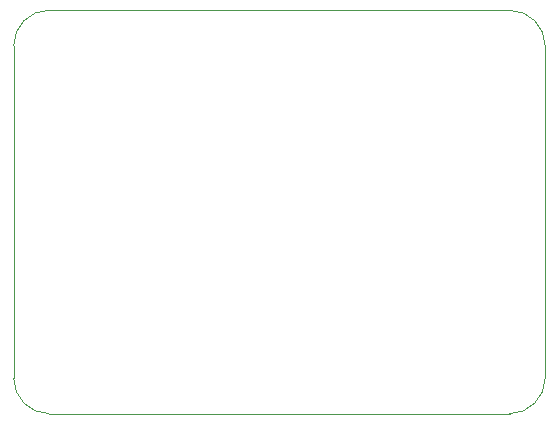
<source format=gm1>
%TF.GenerationSoftware,KiCad,Pcbnew,8.0.4*%
%TF.CreationDate,2024-10-06T13:03:41-05:00*%
%TF.ProjectId,BinauralMic,42696e61-7572-4616-9c4d-69632e6b6963,rev?*%
%TF.SameCoordinates,Original*%
%TF.FileFunction,Profile,NP*%
%FSLAX46Y46*%
G04 Gerber Fmt 4.6, Leading zero omitted, Abs format (unit mm)*
G04 Created by KiCad (PCBNEW 8.0.4) date 2024-10-06 13:03:41*
%MOMM*%
%LPD*%
G01*
G04 APERTURE LIST*
%TA.AperFunction,Profile*%
%ADD10C,0.050000*%
%TD*%
G04 APERTURE END LIST*
D10*
X165815981Y-54059546D02*
X165815981Y-82209547D01*
X123815981Y-85209545D02*
G75*
G02*
X120815955Y-82209545I19J3000045D01*
G01*
X162815981Y-85209547D02*
X123815981Y-85209545D01*
X162815981Y-51059546D02*
G75*
G02*
X165815954Y-54059546I19J-2999954D01*
G01*
X120815980Y-54059546D02*
G75*
G02*
X123815980Y-51059480I3000020J46D01*
G01*
X123815980Y-51059546D02*
X162815981Y-51059546D01*
X120815981Y-82209545D02*
X120815980Y-54059546D01*
X165815981Y-82209547D02*
G75*
G02*
X162815981Y-85209581I-3000081J47D01*
G01*
M02*

</source>
